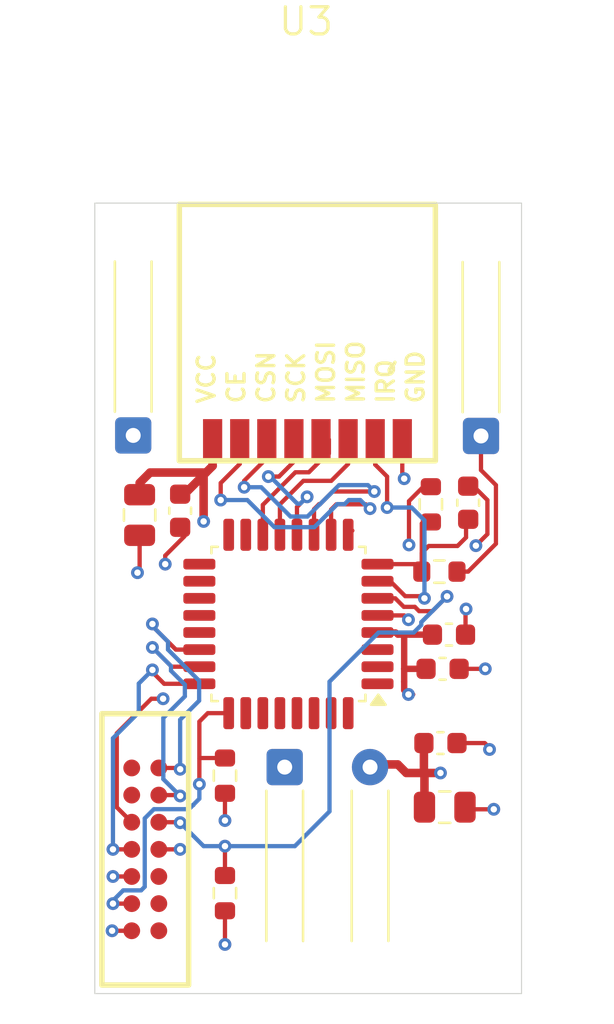
<source format=kicad_pcb>
(kicad_pcb (version 20241229) (generator "pcbnew") (generator_version "9.0")
  (layers (0 "F.Cu" signal) (4 "In1.Cu" signal) (6 "In2.Cu" signal) (2 "B.Cu" signal) (13 "F.Paste" user) (15 "B.Paste" user) (5 "F.SilkS" user "F.Silkscreen") (7 "B.SilkS" user "B.Silkscreen") (1 "F.Mask" user) (3 "B.Mask" user) (25 "Edge.Cuts" user))
  (net 0 "")
  (net 1 "Net-(U1-PA1)")
  (net 19 "Net-(J4-T_VCP_RX)")
  (net 21 "Net-(U1-PA0)")
  (net 22 "Net-(U1-PA5)")
  (net 23 "Net-(U1-PA3)")
  (net 24 "Net-(U1-PA4)")
  (net 25 "Net-(U1-PA6)")
  (net 26 "Net-(U1-PA7)")
  (net 27 "GND")
  (net 28 "+3.3V")
  (net 29 "Net-(J4-T_VCP_TX)")
  (net 34 "Net-(U1-PA13)")
  (net 35 "Net-(J2-Pin_1)")
  (net 36 "unconnected-(U1-PA2-Pad9)")
  (net 37 "Net-(J4-T_NRST)")
  (footprint "Resistor_SMD:R_0603_1608Metric" (layer "F.Cu") (at 67.75 64.1 90)
    (property "Reference" "1M1" (hide yes))
    (property "Value" "R" (hide yes))
    (fp_line (start -0.237258 -0.5225) (end 0.237258 -0.5225) (stroke (width 0.12)) (layer "F.SilkS"))
    (fp_line (start -0.237258 0.5225) (end 0.237258 0.5225) (stroke (width 0.12)) (layer "F.SilkS"))
    (pad "1" smd roundrect (at -0.825 0 90) (size 0.8 0.95) (layers "F.Cu" "F.Mask" "F.Paste") (net 1 "Net-(U1-PA1)"))
    (pad "2" smd roundrect (at 0.825 0 90) (size 0.8 0.95) (layers "F.Cu" "F.Mask" "F.Paste") (net 27 "GND"))
  )
  (footprint "Connector_Wire:SolderWire-0.15sqmm_1x01_D0.5mm_OD1.5mm_Relief" (layer "F.Cu") (at 70.1 60.9 180)
    (property "Reference" "J2" (hide yes))
    (property "Value" "Conn_01x01_Pin")
    (fp_line (start 0.86 1.11) (end 0.86 8.14) (stroke (width 0.12)) (layer "F.SilkS"))
    (fp_line (start -0.86 1.11) (end -0.86 8.14) (stroke (width 0.12)) (layer "F.SilkS"))
    (pad "" np_thru_hole circle (at 0 9 180) (size 2 2) (drill 2) (layers "*.Cu" "*.Mask"))
    (pad "1" thru_hole roundrect (at 0 0 180) (size 1.7 1.7) (drill 0.7) (layers "*.Cu" "*.Mask") (roundrect_rratio 0.147059) (net 35 "Net-(J2-Pin_1)"))
  )
  (footprint "Connector_Wire:SolderWire-0.15sqmm_1x02_P4mm_D0.5mm_OD1.5mm_Relief" (layer "F.Cu") (at 60.9 76.4)
    (property "Reference" "J1" (hide yes))
    (property "Value" "Conn_01x02_Pin")
    (fp_line (start -0.86 1.11) (end -0.86 8.14) (stroke (width 0.12)) (layer "F.SilkS"))
    (fp_line (start 0.86 1.11) (end 0.86 8.14) (stroke (width 0.12)) (layer "F.SilkS"))
    (fp_line (start 3.14 1.11) (end 3.14 8.14) (stroke (width 0.12)) (layer "F.SilkS"))
    (fp_line (start 4.86 1.11) (end 4.86 8.14) (stroke (width 0.12)) (layer "F.SilkS"))
    (pad "" np_thru_hole circle (at 0 9) (size 2 2) (drill 2) (layers "*.Cu" "*.Mask"))
    (pad "" np_thru_hole circle (at 4 9) (size 2 2) (drill 2) (layers "*.Cu" "*.Mask"))
    (pad "1" thru_hole roundrect (at 0 0) (size 1.7 1.7) (drill 0.7) (layers "*.Cu" "*.Mask") (roundrect_rratio 0.147059) (net 27 "GND"))
    (pad "2" thru_hole circle (at 4 0) (size 1.7 1.7) (drill 0.7) (layers "*.Cu" "*.Mask") (net 28 "+3.3V"))
  )
  (footprint "TC2070:CONNECTOR_V1" (layer "F.Cu") (at 54.365 75.17 -90)
    (property "Reference" "J4" (hide yes))
    (property "Value" "TC2070_-_Labelled" (hide yes))
    (fp_line (start -1.27 2.032) (end -1.27 0) (stroke (width 0.254)) (layer "F.SilkS"))
    (fp_line (start 11.43 2.032) (end -1.27 2.032) (stroke (width 0.254)) (layer "F.SilkS"))
    (fp_line (start -1.27 0) (end -1.27 -2.032) (stroke (width 0.254)) (layer "F.SilkS"))
    (fp_line (start -1.27 -2.032) (end 11.43 -2.032) (stroke (width 0.254)) (layer "F.SilkS"))
    (fp_line (start 11.43 -2.032) (end 11.43 2.032) (stroke (width 0.254)) (layer "F.SilkS"))
    (pad "" np_thru_hole circle (at 0 0 270) (size 0.99 0.99) (drill 0.99) (layers "F&B.Cu" "*.Mask"))
    (pad "" np_thru_hole circle (at 10.16 -1.016 270) (size 0.99 0.99) (drill 0.99) (layers "F&B.Cu" "*.Mask"))
    (pad "" np_thru_hole circle (at 10.16 1.016 270) (size 0.99 0.99) (drill 0.99) (layers "F&B.Cu" "*.Mask"))
    (pad "1" smd oval (at 1.27 0.635 270) (size 0.787 0.787) (layers "F.Cu" "F.Mask" "F.Paste"))
    (pad "2" smd oval (at 2.54 0.635 270) (size 0.787 0.787) (layers "F.Cu" "F.Mask" "F.Paste"))
    (pad "3" smd oval (at 3.81 0.635 270) (size 0.787 0.787) (layers "F.Cu" "F.Mask" "F.Paste") (net 28 "+3.3V"))
    (pad "4" smd oval (at 5.08 0.635 270) (size 0.787 0.787) (layers "F.Cu" "F.Mask" "F.Paste") (net 34 "Net-(U1-PA13)"))
    (pad "5" smd oval (at 6.35 0.635 270) (size 0.787 0.787) (layers "F.Cu" "F.Mask" "F.Paste") (net 27 "GND"))
    (pad "6" smd oval (at 7.62 0.635 270) (size 0.787 0.787) (layers "F.Cu" "F.Mask" "F.Paste") (net 27 "GND"))
    (pad "7" smd oval (at 8.89 0.635 270) (size 0.787 0.787) (layers "F.Cu" "F.Mask" "F.Paste") (net 27 "GND"))
    (pad "8" smd oval (at 8.89 -0.635 90) (size 0.787 0.787) (layers "F.Cu" "F.Mask" "F.Paste"))
    (pad "9" smd oval (at 7.62 -0.635 90) (size 0.787 0.787) (layers "F.Cu" "F.Mask" "F.Paste"))
    (pad "10" smd oval (at 6.35 -0.635 90) (size 0.787 0.787) (layers "F.Cu" "F.Mask" "F.Paste"))
    (pad "11" smd oval (at 5.08 -0.635 90) (size 0.787 0.787) (layers "F.Cu" "F.Mask" "F.Paste") (net 27 "GND"))
    (pad "12" smd oval (at 3.81 -0.635 90) (size 0.787 0.787) (layers "F.Cu" "F.Mask" "F.Paste") (net 37 "Net-(J4-T_NRST)"))
    (pad "13" smd oval (at 2.54 -0.635 90) (size 0.787 0.787) (layers "F.Cu" "F.Mask" "F.Paste") (net 19 "Net-(J4-T_VCP_RX)"))
    (pad "14" smd oval (at 1.27 -0.635 90) (size 0.787 0.787) (layers "F.Cu" "F.Mask" "F.Paste") (net 29 "Net-(J4-T_VCP_TX)"))
  )
  (footprint "Capacitor_SMD:C_0603_1608Metric" (layer "F.Cu") (at 68.6 70.2 180)
    (property "Reference" "100nF1" (hide yes))
    (property "Value" "C" (hide yes))
    (fp_line (start -0.14058 0.51) (end 0.14058 0.51) (stroke (width 0.12)) (layer "F.SilkS"))
    (fp_line (start -0.14058 -0.51) (end 0.14058 -0.51) (stroke (width 0.12)) (layer "F.SilkS"))
    (pad "1" smd roundrect (at -0.775 0 180) (size 0.9 0.95) (layers "F.Cu" "F.Mask" "F.Paste") (net 27 "GND"))
    (pad "2" smd roundrect (at 0.775 0 180) (size 0.9 0.95) (layers "F.Cu" "F.Mask" "F.Paste") (net 28 "+3.3V"))
  )
  (footprint "Resistor_SMD:R_0603_1608Metric" (layer "F.Cu") (at 58.1 82.3 90)
    (property "Reference" "10k2" (hide yes))
    (property "Value" "R")
    (fp_line (start -0.237258 -0.5225) (end 0.237258 -0.5225) (stroke (width 0.12)) (layer "F.SilkS"))
    (fp_line (start -0.237258 0.5225) (end 0.237258 0.5225) (stroke (width 0.12)) (layer "F.SilkS"))
    (pad "1" smd roundrect (at -0.825 0 90) (size 0.8 0.95) (layers "F.Cu" "F.Mask" "F.Paste") (net 28 "+3.3V"))
    (pad "2" smd roundrect (at 0.825 0 90) (size 0.8 0.95) (layers "F.Cu" "F.Mask" "F.Paste") (net 37 "Net-(J4-T_NRST)"))
  )
  (footprint "Capacitor_SMD:C_0805_2012Metric" (layer "F.Cu") (at 68.4 78.275 180)
    (property "Reference" "22uF1" (hide yes))
    (property "Value" "C" (hide yes))
    (fp_line (start -0.261252 0.735) (end 0.261252 0.735) (stroke (width 0.12)) (layer "F.SilkS"))
    (fp_line (start -0.261252 -0.735) (end 0.261252 -0.735) (stroke (width 0.12)) (layer "F.SilkS"))
    (pad "1" smd roundrect (at -0.95 0 180) (size 1 1.45) (layers "F.Cu" "F.Mask" "F.Paste") (net 27 "GND"))
    (pad "2" smd roundrect (at 0.95 0 180) (size 1 1.45) (layers "F.Cu" "F.Mask" "F.Paste") (net 28 "+3.3V"))
  )
  (footprint "Package_QFP:LQFP-32_7x7mm_P0.8mm" (layer "F.Cu") (at 61.075 69.7 180)
    (property "Reference" "U1" (hide yes))
    (property "Value" "STM32G031K6Tx" (hide yes))
    (fp_line (start 3.61 3.61) (end 3.61 3.31) (stroke (width 0.12)) (layer "F.SilkS"))
    (fp_line (start 3.61 -3.61) (end 3.61 -3.31) (stroke (width 0.12)) (layer "F.SilkS"))
    (fp_line (start 3.31 3.61) (end 3.61 3.61) (stroke (width 0.12)) (layer "F.SilkS"))
    (fp_line (start 3.31 -3.61) (end 3.61 -3.61) (stroke (width 0.12)) (layer "F.SilkS"))
    (fp_line (start -3.31 3.61) (end -3.61 3.61) (stroke (width 0.12)) (layer "F.SilkS"))
    (fp_line (start -3.31 -3.61) (end -3.61 -3.61) (stroke (width 0.12)) (layer "F.SilkS"))
    (fp_line (start -3.61 3.61) (end -3.61 3.31) (stroke (width 0.12)) (layer "F.SilkS"))
    (fp_line (start -3.61 -3.61) (end -3.61 -3.31) (stroke (width 0.12)) (layer "F.SilkS"))
    (fp_poly (pts (xy -4.2125 -3.31) (xy -4.5525 -3.78) (xy -3.8725 -3.78)) (stroke (width 0.12)) (fill yes) (layer "F.SilkS"))
    (pad "1" smd roundrect (at -4.175 -2.8 180) (size 1.5 0.5) (layers "F.Cu" "F.Mask" "F.Paste"))
    (pad "2" smd roundrect (at -4.175 -2 180) (size 1.5 0.5) (layers "F.Cu" "F.Mask" "F.Paste"))
    (pad "3" smd roundrect (at -4.175 -1.2 180) (size 1.5 0.5) (layers "F.Cu" "F.Mask" "F.Paste"))
    (pad "4" smd roundrect (at -4.175 -0.4 180) (size 1.5 0.5) (layers "F.Cu" "F.Mask" "F.Paste") (net 28 "+3.3V"))
    (pad "5" smd roundrect (at -4.175 0.4 180) (size 1.5 0.5) (layers "F.Cu" "F.Mask" "F.Paste") (net 27 "GND"))
    (pad "6" smd roundrect (at -4.175 1.2 180) (size 1.5 0.5) (layers "F.Cu" "F.Mask" "F.Paste") (net 37 "Net-(J4-T_NRST)"))
    (pad "7" smd roundrect (at -4.175 2 180) (size 1.5 0.5) (layers "F.Cu" "F.Mask" "F.Paste") (net 21 "Net-(U1-PA0)"))
    (pad "8" smd roundrect (at -4.175 2.8 180) (size 1.5 0.5) (layers "F.Cu" "F.Mask" "F.Paste") (net 1 "Net-(U1-PA1)"))
    (pad "9" smd roundrect (at -2.8 4.175 180) (size 0.5 1.5) (layers "F.Cu" "F.Mask" "F.Paste") (net 36 "unconnected-(U1-PA2-Pad9)"))
    (pad "10" smd roundrect (at -2 4.175 180) (size 0.5 1.5) (layers "F.Cu" "F.Mask" "F.Paste") (net 23 "Net-(U1-PA3)"))
    (pad "11" smd roundrect (at -1.2 4.175 180) (size 0.5 1.5) (layers "F.Cu" "F.Mask" "F.Paste") (net 24 "Net-(U1-PA4)"))
    (pad "12" smd roundrect (at -0.4 4.175 180) (size 0.5 1.5) (layers "F.Cu" "F.Mask" "F.Paste") (net 22 "Net-(U1-PA5)"))
    (pad "13" smd roundrect (at 0.4 4.175 180) (size 0.5 1.5) (layers "F.Cu" "F.Mask" "F.Paste") (net 25 "Net-(U1-PA6)"))
    (pad "14" smd roundrect (at 1.2 4.175 180) (size 0.5 1.5) (layers "F.Cu" "F.Mask" "F.Paste") (net 26 "Net-(U1-PA7)"))
    (pad "15" smd roundrect (at 2 4.175 180) (size 0.5 1.5) (layers "F.Cu" "F.Mask" "F.Paste"))
    (pad "16" smd roundrect (at 2.8 4.175 180) (size 0.5 1.5) (layers "F.Cu" "F.Mask" "F.Paste"))
    (pad "17" smd roundrect (at 4.175 2.8 180) (size 1.5 0.5) (layers "F.Cu" "F.Mask" "F.Paste"))
    (pad "18" smd roundrect (at 4.175 2 180) (size 1.5 0.5) (layers "F.Cu" "F.Mask" "F.Paste"))
    (pad "19" smd roundrect (at 4.175 1.2 180) (size 1.5 0.5) (layers "F.Cu" "F.Mask" "F.Paste"))
    (pad "20" smd roundrect (at 4.175 0.4 180) (size 1.5 0.5) (layers "F.Cu" "F.Mask" "F.Paste"))
    (pad "21" smd roundrect (at 4.175 -0.4 180) (size 1.5 0.5) (layers "F.Cu" "F.Mask" "F.Paste"))
    (pad "22" smd roundrect (at 4.175 -1.2 180) (size 1.5 0.5) (layers "F.Cu" "F.Mask" "F.Paste") (net 29 "Net-(J4-T_VCP_TX)"))
    (pad "23" smd roundrect (at 4.175 -2 180) (size 1.5 0.5) (layers "F.Cu" "F.Mask" "F.Paste") (net 19 "Net-(J4-T_VCP_RX)"))
    (pad "24" smd roundrect (at 4.175 -2.8 180) (size 1.5 0.5) (layers "F.Cu" "F.Mask" "F.Paste") (net 34 "Net-(U1-PA13)"))
    (pad "25" smd roundrect (at 2.8 -4.175 180) (size 0.5 1.5) (layers "F.Cu" "F.Mask" "F.Paste") (net 27 "GND"))
    (pad "26" smd roundrect (at 2 -4.175 180) (size 0.5 1.5) (layers "F.Cu" "F.Mask" "F.Paste"))
    (pad "27" smd roundrect (at 1.2 -4.175 180) (size 0.5 1.5) (layers "F.Cu" "F.Mask" "F.Paste"))
    (pad "28" smd roundrect (at 0.4 -4.175 180) (size 0.5 1.5) (layers "F.Cu" "F.Mask" "F.Paste"))
    (pad "29" smd roundrect (at -0.4 -4.175 180) (size 0.5 1.5) (layers "F.Cu" "F.Mask" "F.Paste"))
    (pad "30" smd roundrect (at -1.2 -4.175 180) (size 0.5 1.5) (layers "F.Cu" "F.Mask" "F.Paste"))
    (pad "31" smd roundrect (at -2 -4.175 180) (size 0.5 1.5) (layers "F.Cu" "F.Mask" "F.Paste"))
    (pad "32" smd roundrect (at -2.8 -4.175 180) (size 0.5 1.5) (layers "F.Cu" "F.Mask" "F.Paste"))
  )
  (footprint "Capacitor_SMD:C_0603_1608Metric" (layer "F.Cu") (at 68.2 75.275)
    (property "Reference" "100nF3" (hide yes))
    (property "Value" "C" (hide yes))
    (fp_line (start -0.14058 -0.51) (end 0.14058 -0.51) (stroke (width 0.12)) (layer "F.SilkS"))
    (fp_line (start -0.14058 0.51) (end 0.14058 0.51) (stroke (width 0.12)) (layer "F.SilkS"))
    (pad "1" smd roundrect (at -0.775 0) (size 0.9 0.95) (layers "F.Cu" "F.Mask" "F.Paste") (net 28 "+3.3V"))
    (pad "2" smd roundrect (at 0.775 0) (size 0.9 0.95) (layers "F.Cu" "F.Mask" "F.Paste") (net 27 "GND"))
  )
  (footprint "Connector_Wire:SolderWire-0.15sqmm_1x01_D0.5mm_OD1.5mm_Relief" (layer "F.Cu") (at 53.8 60.875 180)
    (property "Reference" "J3" (hide yes))
    (property "Value" "Conn_01x01_Pin")
    (fp_line (start 0.86 1.11) (end 0.86 8.14) (stroke (width 0.12)) (layer "F.SilkS"))
    (fp_line (start -0.86 1.11) (end -0.86 8.14) (stroke (width 0.12)) (layer "F.SilkS"))
    (pad "" np_thru_hole circle (at 0 9 180) (size 2 2) (drill 2) (layers "*.Cu" "*.Mask"))
    (pad "1" thru_hole roundrect (at 0 0 180) (size 1.7 1.7) (drill 0.7) (layers "*.Cu" "*.Mask") (roundrect_rratio 0.147059) (net 27 "GND"))
  )
  (footprint "Capacitor_SMD:C_0805_2012Metric" (layer "F.Cu") (at 54.1 64.6 90)
    (property "Reference" "4.7uF1" (hide yes))
    (property "Value" "C" (hide yes))
    (fp_line (start -0.261252 -0.735) (end 0.261252 -0.735) (stroke (width 0.12)) (layer "F.SilkS"))
    (fp_line (start -0.261252 0.735) (end 0.261252 0.735) (stroke (width 0.12)) (layer "F.SilkS"))
    (pad "1" smd roundrect (at -0.95 0 90) (size 1 1.45) (layers "F.Cu" "F.Mask" "F.Paste") (net 27 "GND"))
    (pad "2" smd roundrect (at 0.95 0 90) (size 1 1.45) (layers "F.Cu" "F.Mask" "F.Paste") (net 28 "+3.3V"))
  )
  (footprint "PCBLIB_E01-ML01S_2025-07-08:E01-ML01S" (layer "F.Cu") (at 55.9615 43.0615)
    (property "Reference" "U3" (at 5.9385 -1.5615 0) (layer "F.SilkS") (effects (font (size 1.27 1.27))))
    (property "Value" "E01-ML01S" (hide yes))
    (fp_line (start 0 7) (end 0 19) (stroke (width 0.254)) (layer "F.SilkS"))
    (fp_line (start 0 19) (end 12 19) (stroke (width 0.254)) (layer "F.SilkS"))
    (fp_line (start 12 7) (end 0 7) (stroke (width 0.254)) (layer "F.SilkS"))
    (fp_line (start 12 19) (end 12 7) (stroke (width 0.254)) (layer "F.SilkS"))
    (fp_text user "SCK" (at 5.0001 16.4 90) (layer "F.SilkS") (effects (font (size 0.8 0.8) (thickness 0.16)) (justify left top)))
    (fp_text user "CSN" (at 3.6 16.4 90) (layer "F.SilkS") (effects (font (size 0.8 0.8) (thickness 0.16)) (justify left top)))
    (fp_text user "MOSI" (at 6.4001 16.4 90) (layer "F.SilkS") (effects (font (size 0.8 0.8) (thickness 0.16)) (justify left top)))
    (fp_text user "CE" (at 2.2 16.4 90) (layer "F.SilkS") (effects (font (size 0.8 0.8) (thickness 0.16)) (justify left top)))
    (fp_text user "GND" (at 10.6 16.4 90) (layer "F.SilkS") (effects (font (size 0.8 0.8) (thickness 0.16)) (justify left top)))
    (fp_text user "VCC" (at 0.7999 16.4 90) (layer "F.SilkS") (effects (font (size 0.8 0.8) (thickness 0.16)) (justify left top)))
    (fp_text user "IRQ" (at 9.2 16.4 90) (layer "F.SilkS") (effects (font (size 0.8 0.8) (thickness 0.16)) (justify left top)))
    (fp_text user "MISO" (at 7.7999 16.4 90) (layer "F.SilkS") (effects (font (size 0.8 0.8) (thickness 0.16)) (justify left top)))
    (pad "1" smd rect (at 1.5601 18) (size 0.9 1.9) (layers "F.Cu" "F.Mask" "F.Paste") (net 28 "+3.3V"))
    (pad "2" smd rect (at 2.8301 18) (size 0.9 1.9) (layers "F.Cu" "F.Mask" "F.Paste") (net 23 "Net-(U1-PA3)"))
    (pad "3" smd rect (at 4.1001 18) (size 0.9 1.9) (layers "F.Cu" "F.Mask" "F.Paste") (net 24 "Net-(U1-PA4)"))
    (pad "4" smd rect (at 5.3701 18) (size 0.9 1.9) (layers "F.Cu" "F.Mask" "F.Paste") (net 22 "Net-(U1-PA5)"))
    (pad "5" smd rect (at 6.6401 18) (size 0.9 1.9) (layers "F.Cu" "F.Mask" "F.Paste") (net 26 "Net-(U1-PA7)"))
    (pad "6" smd rect (at 7.9101 18) (size 0.9 1.9) (layers "F.Cu" "F.Mask" "F.Paste") (net 25 "Net-(U1-PA6)"))
    (pad "7" smd rect (at 9.1801 18) (size 0.9 1.9) (layers "F.Cu" "F.Mask" "F.Paste") (net 21 "Net-(U1-PA0)"))
    (pad "8" smd rect (at 10.4501 18) (size 0.9 1.9) (layers "F.Cu" "F.Mask" "F.Paste") (net 27 "GND"))
  )
  (footprint "Capacitor_SMD:C_0603_1608Metric" (layer "F.Cu") (at 68.3 71.8 180)
    (property "Reference" "1uF1" (hide yes))
    (property "Value" "C" (hide yes))
    (fp_line (start -0.14058 0.51) (end 0.14058 0.51) (stroke (width 0.12)) (layer "F.SilkS"))
    (fp_line (start -0.14058 -0.51) (end 0.14058 -0.51) (stroke (width 0.12)) (layer "F.SilkS"))
    (pad "1" smd roundrect (at -0.775 0 180) (size 0.9 0.95) (layers "F.Cu" "F.Mask" "F.Paste") (net 27 "GND"))
    (pad "2" smd roundrect (at 0.775 0 180) (size 0.9 0.95) (layers "F.Cu" "F.Mask" "F.Paste") (net 28 "+3.3V"))
  )
  (footprint "Capacitor_SMD:C_0603_1608Metric" (layer "F.Cu") (at 69.5 64.025 90)
    (property "Reference" "4.7nF1" (hide yes))
    (property "Value" "C" (hide yes))
    (fp_line (start -0.14058 -0.51) (end 0.14058 -0.51) (stroke (width 0.12)) (layer "F.SilkS"))
    (fp_line (start -0.14058 0.51) (end 0.14058 0.51) (stroke (width 0.12)) (layer "F.SilkS"))
    (pad "1" smd roundrect (at -0.775 0 90) (size 0.9 0.95) (layers "F.Cu" "F.Mask" "F.Paste") (net 1 "Net-(U1-PA1)"))
    (pad "2" smd roundrect (at 0.775 0 90) (size 0.9 0.95) (layers "F.Cu" "F.Mask" "F.Paste") (net 27 "GND"))
  )
  (footprint "Resistor_SMD:R_0603_1608Metric" (layer "F.Cu") (at 58.1 76.8 -90)
    (property "Reference" "10k3" (hide yes))
    (property "Value" "R" (hide yes))
    (fp_line (start -0.237258 0.5225) (end 0.237258 0.5225) (stroke (width 0.12)) (layer "F.SilkS"))
    (fp_line (start -0.237258 -0.5225) (end 0.237258 -0.5225) (stroke (width 0.12)) (layer "F.SilkS"))
    (pad "1" smd roundrect (at -0.825 0 270) (size 0.8 0.95) (layers "F.Cu" "F.Mask" "F.Paste") (net 27 "GND"))
    (pad "2" smd roundrect (at 0.825 0 270) (size 0.8 0.95) (layers "F.Cu" "F.Mask" "F.Paste") (net 27 "GND"))
  )
  (footprint "Capacitor_SMD:C_0603_1608Metric" (layer "F.Cu") (at 56 64.4 -90)
    (property "Reference" "100nF2" (hide yes))
    (property "Value" "C" (hide yes))
    (fp_line (start -0.14058 0.51) (end 0.14058 0.51) (stroke (width 0.12)) (layer "F.SilkS"))
    (fp_line (start -0.14058 -0.51) (end 0.14058 -0.51) (stroke (width 0.12)) (layer "F.SilkS"))
    (pad "1" smd roundrect (at -0.775 0 270) (size 0.9 0.95) (layers "F.Cu" "F.Mask" "F.Paste") (net 28 "+3.3V"))
    (pad "2" smd roundrect (at 0.775 0 270) (size 0.9 0.95) (layers "F.Cu" "F.Mask" "F.Paste") (net 27 "GND"))
  )
  (footprint "Resistor_SMD:R_0603_1608Metric" (layer "F.Cu") (at 68.15 67.25 180)
    (property "Reference" "10k1" (hide yes))
    (property "Value" "R" (hide yes))
    (fp_line (start -0.237258 0.5225) (end 0.237258 0.5225) (stroke (width 0.12)) (layer "F.SilkS"))
    (fp_line (start -0.237258 -0.5225) (end 0.237258 -0.5225) (stroke (width 0.12)) (layer "F.SilkS"))
    (pad "1" smd roundrect (at -0.825 0 180) (size 0.8 0.95) (layers "F.Cu" "F.Mask" "F.Paste") (net 35 "Net-(J2-Pin_1)"))
    (pad "2" smd roundrect (at 0.825 0 180) (size 0.8 0.95) (layers "F.Cu" "F.Mask" "F.Paste") (net 1 "Net-(U1-PA1)"))
  )
  (gr_line (start 52 87) (end 72 87) (stroke (width 0.05)) (layer "Edge.Cuts"))
  (gr_line (start 52 87) (end 52 50) (stroke (width 0.05)) (layer "Edge.Cuts"))
  (gr_line (start 52 50) (end 72 50) (stroke (width 0.05)) (layer "Edge.Cuts"))
  (gr_line (start 72 50) (end 72 87) (stroke (width 0.05)) (layer "Edge.Cuts"))
  (segment (start 69.4 65.65) (end 69.4 64.875) (width 0.2) (layer "F.Cu") (net 1))
  (segment (start 67.65 66.05) (end 69 66.05) (width 0.2) (layer "F.Cu") (net 1))
  (segment (start 66.975 66.9) (end 65.25 66.9) (width 0.2) (layer "F.Cu") (net 1))
  (segment (start 67.325 67.25) (end 67.325 65) (width 0.2) (layer "F.Cu") (net 1))
  (segment (start 67.325 66.375) (end 67.65 66.05) (width 0.2) (layer "F.Cu") (net 1))
  (segment (start 67.325 67.25) (end 66.975 66.9) (width 0.2) (layer "F.Cu") (net 1))
  (segment (start 69 66.05) (end 69.4 65.65) (width 0.2) (layer "F.Cu") (net 1))
  (segment (start 67.325 65) (end 67.4 64.925) (width 0.2) (layer "F.Cu") (net 1))
  (segment (start 67.325 67.25) (end 67.325 66.375) (width 0.2) (layer "F.Cu") (net 1))
  (segment (start 55.96 77.71) (end 56 77.75) (width 0.2) (layer "F.Cu") (net 19))
  (segment (start 55.6 71.7) (end 54.7 70.8) (width 0.2) (layer "F.Cu") (net 19))
  (segment (start 56.9 71.7) (end 55.6 71.7) (width 0.2) (layer "F.Cu") (net 19))
  (segment (start 55 77.71) (end 55.96 77.71) (width 0.2) (layer "F.Cu") (net 19))
  (via (at 56 77.75) (size 0.6) (drill 0.3) (layers "F.Cu" "B.Cu") (net 19))
  (via (at 54.7 70.8) (size 0.6) (drill 0.3) (layers "F.Cu" "B.Cu") (net 19))
  (segment (start 55.211 74.099) (end 55.211 76.961) (width 0.2) (layer "B.Cu") (net 19))
  (segment (start 55.57 71.89) (end 56.22 72.54) (width 0.2) (layer "B.Cu") (net 19))
  (segment (start 54.7 70.8) (end 55.57 71.67) (width 0.2) (layer "B.Cu") (net 19))
  (segment (start 56.22 72.54) (end 56.22 73.09) (width 0.2) (layer "B.Cu") (net 19))
  (segment (start 55.211 76.961) (end 56 77.75) (width 0.2) (layer "B.Cu") (net 19))
  (segment (start 55.57 71.67) (end 55.57 71.89) (width 0.2) (layer "B.Cu") (net 19))
  (segment (start 56.22 73.09) (end 55.211 74.099) (width 0.2) (layer "B.Cu") (net 19))
  (segment (start 65.1416 61.0615) (end 65.1416 62.2416) (width 0.2) (layer "F.Cu") (net 21))
  (segment (start 65.1416 62.2416) (end 65.7 62.8) (width 0.2) (layer "F.Cu") (net 21))
  (segment (start 67.45 68.5) (end 67.35 68.4) (width 0.2) (layer "F.Cu") (net 21))
  (segment (start 65.7 62.8) (end 65.7 64.25) (width 0.2) (layer "F.Cu") (net 21))
  (segment (start 65.85 67.7) (end 65.25 67.7) (width 0.2) (layer "F.Cu") (net 21))
  (segment (start 66.55 68.4) (end 65.85 67.7) (width 0.2) (layer "F.Cu") (net 21))
  (segment (start 67.35 68.4) (end 66.55 68.4) (width 0.2) (layer "F.Cu") (net 21))
  (via (at 67.45 68.5) (size 0.6) (drill 0.3) (layers "F.Cu" "B.Cu") (net 21))
  (via (at 65.7 64.25) (size 0.6) (drill 0.3) (layers "F.Cu" "B.Cu") (net 21))
  (segment (start 66.85 64.25) (end 65.7 64.25) (width 0.2) (layer "B.Cu") (net 21))
  (segment (start 67.45 68.5) (end 67.45 64.85) (width 0.2) (layer "B.Cu") (net 21))
  (segment (start 67.45 64.85) (end 66.85 64.25) (width 0.2) (layer "B.Cu") (net 21))
  (segment (start 60.132821 62.800769) (end 60.132821 62.647179) (width 0.2) (layer "F.Cu") (net 22))
  (segment (start 61.3316 62.1013) (end 61.3316 61.0615) (width 0.2) (layer "F.Cu") (net 22))
  (segment (start 60.132821 62.800769) (end 60.632131 62.800769) (width 0.2) (layer "F.Cu") (net 22))
  (segment (start 60.632131 62.800769) (end 61.3316 62.1013) (width 0.2) (layer "F.Cu") (net 22))
  (segment (start 61.95 63.75) (end 61.475 64.225) (width 0.2) (layer "F.Cu") (net 22))
  (segment (start 61.475 64.225) (end 61.475 65.525) (width 0.2) (layer "F.Cu") (net 22))
  (via (at 60.132821 62.800769) (size 0.6) (drill 0.3) (layers "F.Cu" "B.Cu") (net 22))
  (via (at 61.95 63.75) (size 0.6) (drill 0.3) (layers "F.Cu" "B.Cu") (net 22))
  (segment (start 60.220769 62.800769) (end 60.132821 62.800769) (width 0.2) (layer "B.Cu") (net 22))
  (segment (start 61.49 64.07) (end 60.220769 62.800769) (width 0.2) (layer "B.Cu") (net 22))
  (segment (start 61.95 63.75) (end 61.63 64.07) (width 0.2) (layer "B.Cu") (net 22))
  (segment (start 61.63 64.07) (end 61.49 64.07) (width 0.2) (layer "B.Cu") (net 22))
  (segment (start 64.9 64.3) (end 64.7 64.1) (width 0.2) (layer "F.Cu") (net 23))
  (segment (start 63.075 64.345) (end 63.075 65.525) (width 0.2) (layer "F.Cu") (net 23))
  (segment (start 57.9 63.1031) (end 58.7916 62.2115) (width 0.2) (layer "F.Cu") (net 23))
  (segment (start 64.7 64.1) (end 63.32 64.1) (width 0.2) (layer "F.Cu") (net 23))
  (segment (start 63.32 64.1) (end 63.075 64.345) (width 0.2) (layer "F.Cu") (net 23))
  (segment (start 58.7916 62.2115) (end 58.7916 61.0615) (width 0.2) (layer "F.Cu") (net 23))
  (segment (start 57.9 63.9) (end 57.9 63.1031) (width 0.2) (layer "F.Cu") (net 23))
  (via (at 64.9 64.3) (size 0.6) (drill 0.3) (layers "F.Cu" "B.Cu") (net 23))
  (via (at 57.9 63.9) (size 0.6) (drill 0.3) (layers "F.Cu" "B.Cu") (net 23))
  (segment (start 59.15 63.9) (end 57.9 63.9) (width 0.2) (layer "B.Cu") (net 23))
  (segment (start 64.9 64.3) (end 64.844029 64.3) (width 0.2) (layer "B.Cu") (net 23))
  (segment (start 64.444029 63.9) (end 63.9 63.9) (width 0.2) (layer "B.Cu") (net 23))
  (segment (start 64.844029 64.3) (end 64.444029 63.9) (width 0.2) (layer "B.Cu") (net 23))
  (segment (start 63.37 64.09) (end 62.29 65.17) (width 0.2) (layer "B.Cu") (net 23))
  (segment (start 62.29 65.17) (end 60.42 65.17) (width 0.2) (layer "B.Cu") (net 23))
  (segment (start 63.9 63.9) (end 63.71 64.09) (width 0.2) (layer "B.Cu") (net 23))
  (segment (start 60.42 65.17) (end 59.15 63.9) (width 0.2) (layer "B.Cu") (net 23))
  (segment (start 63.71 64.09) (end 63.37 64.09) (width 0.2) (layer "B.Cu") (net 23))
  (segment (start 62.275 64.328353) (end 62.275 65.525) (width 0.2) (layer "F.Cu") (net 24))
  (segment (start 62.511586 64.091767) (end 62.275 64.328353) (width 0.2) (layer "F.Cu") (net 24))
  (segment (start 65.1 63.5) (end 63.15 63.5) (width 0.2) (layer "F.Cu") (net 24))
  (segment (start 62.558233 64.091767) (end 62.511586 64.091767) (width 0.2) (layer "F.Cu") (net 24))
  (segment (start 60.0616 61.9384) (end 60.0616 61.0615) (width 0.2) (layer "F.Cu") (net 24))
  (segment (start 63.15 63.5) (end 62.558233 64.091767) (width 0.2) (layer "F.Cu") (net 24))
  (segment (start 59 63) (end 60.0616 61.9384) (width 0.2) (layer "F.Cu") (net 24))
  (segment (start 59 63.3) (end 59 63) (width 0.2) (layer "F.Cu") (net 24))
  (via (at 65.1 63.5) (size 0.6) (drill 0.3) (layers "F.Cu" "B.Cu") (net 24))
  (via (at 59 63.3) (size 0.6) (drill 0.3) (layers "F.Cu" "B.Cu") (net 24))
  (segment (start 59.8 63.3) (end 59 63.3) (width 0.2) (layer "B.Cu") (net 24))
  (segment (start 65.1 63.5) (end 64.8 63.2) (width 0.2) (layer "B.Cu") (net 24))
  (segment (start 61.171 64.671) (end 59.8 63.3) (width 0.2) (layer "B.Cu") (net 24))
  (segment (start 61.968943 64.671) (end 61.171 64.671) (width 0.2) (layer "B.Cu") (net 24))
  (segment (start 63.45 63.2) (end 62.529761 64.120239) (width 0.2) (layer "B.Cu") (net 24))
  (segment (start 62.529761 64.120239) (end 62.519704 64.120239) (width 0.2) (layer "B.Cu") (net 24))
  (segment (start 62.519704 64.120239) (end 61.968943 64.671) (width 0.2) (layer "B.Cu") (net 24))
  (segment (start 64.8 63.2) (end 63.45 63.2) (width 0.2) (layer "B.Cu") (net 24))
  (segment (start 63.8716 62.2115) (end 63.0831 63) (width 0.2) (layer "F.Cu") (net 25))
  (segment (start 61.775 63) (end 60.675 64.1) (width 0.2) (layer "F.Cu") (net 25))
  (segment (start 60.675 65.525) (end 60.675 64.1) (width 0.2) (layer "F.Cu") (net 25))
  (segment (start 63.0831 63) (end 61.775 63) (width 0.2) (layer "F.Cu") (net 25))
  (segment (start 63.8716 61.0615) (end 63.8716 62.2115) (width 0.2) (layer "F.Cu") (net 25))
  (segment (start 62.9716 61.7284) (end 62.9716 61.0615) (width 0.2) (layer "F.Cu") (net 26))
  (segment (start 61.4 62.6) (end 59.875 64.125) (width 0.2) (layer "F.Cu") (net 26))
  (segment (start 62.0329 62.6) (end 61.4 62.6) (width 0.2) (layer "F.Cu") (net 26))
  (segment (start 59.875 64.125) (end 59.875 65.525) (width 0.2) (layer "F.Cu") (net 26))
  (segment (start 62.6016 61.0615) (end 62.6016 62.0313) (width 0.2) (layer "F.Cu") (net 26))
  (segment (start 62.6016 62.0313) (end 62.0329 62.6) (width 0.2) (layer "F.Cu") (net 26))
  (segment (start 66.725 63.95) (end 67.4 63.275) (width 0.2) (layer "F.Cu") (net 27))
  (segment (start 52.85 81.52) (end 53.73 81.52) (width 0.2) (layer "F.Cu") (net 27))
  (segment (start 55.3 66.5) (end 56.2 65.6) (width 0.2) (layer "F.Cu") (net 27))
  (segment (start 56.9 76) (end 56.9 74.27) (width 0.2) (layer "F.Cu") (net 27))
  (segment (start 69.4 69) (end 69.475 69.075) (width 0.2) (layer "F.Cu") (net 27))
  (segment (start 52.81 84.06) (end 53.73 84.06) (width 0.2) (layer "F.Cu") (net 27))
  (segment (start 69.375 69.025) (end 69.4 69) (width 0.2) (layer "F.Cu") (net 27))
  (segment (start 70.4 65.495044) (end 70.4 63.9) (width 0.2) (layer "F.Cu") (net 27))
  (segment (start 52.85 82.79) (end 53.73 82.79) (width 0.2) (layer "F.Cu") (net 27))
  (segment (start 70.4 63.9) (end 69.825 63.325) (width 0.2) (layer "F.Cu") (net 27))
  (segment (start 58.1 77.625) (end 58.1 78.9) (width 0.2) (layer "F.Cu") (net 27))
  (segment (start 69.375 70.2) (end 69.375 69.025) (width 0.2) (layer "F.Cu") (net 27))
  (segment (start 70.5 75.5) (end 70.275 75.275) (width 0.2) (layer "F.Cu") (net 27))
  (segment (start 54.1 67.2) (end 54 67.3) (width 0.2) (layer "F.Cu") (net 27))
  (segment (start 69.35 78.375) (end 70.7 78.375) (width 0.2) (layer "F.Cu") (net 27))
  (segment (start 56.9 74.27) (end 57.295 73.875) (width 0.2) (layer "F.Cu") (net 27))
  (segment (start 66.4116 62.8116) (end 66.5 62.9) (width 0.2) (layer "F.Cu") (net 27))
  (segment (start 55.3 66.9) (end 55.3 66.5) (width 0.2) (layer "F.Cu") (net 27))
  (segment (start 56.2 65.6) (end 56.2 65.175) (width 0.2) (layer "F.Cu") (net 27))
  (segment (start 57.295 73.875) (end 58.275 73.875) (width 0.2) (layer "F.Cu") (net 27))
  (segment (start 69.825 63.325) (end 69.4 63.325) (width 0.2) (layer "F.Cu") (net 27))
  (segment (start 70.3 71.8) (end 69.075 71.8) (width 0.2) (layer "F.Cu") (net 27))
  (segment (start 56.9 77.2) (end 56.9 76) (width 0.2) (layer "F.Cu") (net 27))
  (segment (start 55 80.25) (end 56 80.25) (width 0.2) (layer "F.Cu") (net 27))
  (segment (start 58.1 75.975) (end 56.925 75.975) (width 0.2) (layer "F.Cu") (net 27))
  (segment (start 66.725 66) (end 66.725 63.95) (width 0.2) (layer "F.Cu") (net 27))
  (segment (start 70.5 75.575) (end 70.5 75.5) (width 0.2) (layer "F.Cu") (net 27))
  (segment (start 69.860933 66.034111) (end 70.4 65.495044) (width 0.2) (layer "F.Cu") (net 27))
  (segment (start 66.7 69.5) (end 66.5 69.3) (width 0.2) (layer "F.Cu") (net 27))
  (segment (start 70.275 75.275) (end 68.975 75.275) (width 0.2) (layer "F.Cu") (net 27))
  (segment (start 66.4116 61.0615) (end 66.4116 62.8116) (width 0.2) (layer "F.Cu") (net 27))
  (segment (start 56.925 75.975) (end 56.9 76) (width 0.2) (layer "F.Cu") (net 27))
  (segment (start 66.5 69.3) (end 65.25 69.3) (width 0.2) (layer "F.Cu") (net 27))
  (segment (start 54.1 65.55) (end 54.1 67.2) (width 0.2) (layer "F.Cu") (net 27))
  (via (at 69.4 69) (size 0.6) (drill 0.3) (layers "F.Cu" "B.Cu") (net 27))
  (via (at 52.81 84.06) (size 0.6) (drill 0.3) (layers "F.Cu" "B.Cu") (net 27))
  (via (at 52.85 82.79) (size 0.6) (drill 0.3) (layers "F.Cu" "B.Cu") (net 27))
  (via (at 70.3 71.8) (size 0.6) (drill 0.3) (layers "F.Cu" "B.Cu") (net 27))
  (via (at 70.7 78.375) (size 0.6) (drill 0.3) (layers "F.Cu" "B.Cu") (net 27))
  (via (at 70.5 75.575) (size 0.6) (drill 0.3) (layers "F.Cu" "B.Cu") (net 27))
  (via (at 69.860933 66.034111) (size 0.6) (drill 0.3) (layers "F.Cu" "B.Cu") (net 27))
  (via (at 58.1 78.9) (size 0.6) (drill 0.3) (layers "F.Cu" "B.Cu") (net 27))
  (via (at 56 80.25) (size 0.6) (drill 0.3) (layers "F.Cu" "B.Cu") (net 27))
  (via (at 52.85 81.52) (size 0.6) (drill 0.3) (layers "F.Cu" "B.Cu") (net 27))
  (via (at 66.725 66) (size 0.6) (drill 0.3) (layers "F.Cu" "B.Cu") (net 27))
  (via (at 55.3 66.9) (size 0.6) (drill 0.3) (layers "F.Cu" "B.Cu") (net 27))
  (via (at 54 67.3) (size 0.6) (drill 0.3) (layers "F.Cu" "B.Cu") (net 27))
  (via (at 56.9 77.2) (size 0.6) (drill 0.3) (layers "F.Cu" "B.Cu") (net 27))
  (via (at 66.7 69.5) (size 0.6) (drill 0.3) (layers "F.Cu" "B.Cu") (net 27))
  (via (at 66.5 62.9) (size 0.6) (drill 0.3) (layers "F.Cu" "B.Cu") (net 27))
  (segment (start 56.49 78.29) (end 56.9 77.88) (width 0.2) (layer "B.Cu") (net 27))
  (segment (start 54.34 82) (end 54.17 82.17) (width 0.2) (layer "B.Cu") (net 27))
  (segment (start 56.9 77.88) (end 56.9 77.2) (width 0.2) (layer "B.Cu") (net 27))
  (segment (start 54.34 78.8) (end 54.34 82) (width 0.2) (layer "B.Cu") (net 27))
  (segment (start 54.77 78.37) (end 54.34 78.8) (width 0.2) (layer "B.Cu") (net 27))
  (segment (start 56.49 78.29) (end 56.41 78.37) (width 0.2) (layer "B.Cu") (net 27))
  (segment (start 54.17 82.17) (end 53.33 82.17) (width 0.2) (layer "B.Cu") (net 27))
  (segment (start 53.33 82.17) (end 52.85 82.65) (width 0.2) (layer "B.Cu") (net 27))
  (segment (start 52.85 82.65) (end 52.85 82.79) (width 0.2) (layer "B.Cu") (net 27))
  (segment (start 56.621 78.179) (end 56.601 78.179) (width 0.2) (layer "B.Cu") (net 27))
  (segment (start 56.41 78.37) (end 54.77 78.37) (width 0.2) (layer "B.Cu") (net 27))
  (segment (start 56.601 78.179) (end 56.49 78.29) (width 0.2) (layer "B.Cu") (net 27))
  (segment (start 54.1 63.1) (end 54.1 63.65) (width 0.2) (layer "F.Cu") (net 28))
  (segment (start 66.6 76.675) (end 67.4 76.675) (width 0.4) (layer "F.Cu") (net 28))
  (segment (start 67.4 76.675) (end 68.2 76.675) (width 0.4) (layer "F.Cu") (net 28))
  (segment (start 67.825 70.2) (end 66.5 70.2) (width 0.3) (layer "F.Cu") (net 28))
  (segment (start 67.525 71.8) (end 66.5 71.8) (width 0.3) (layer "F.Cu") (net 28))
  (segment (start 57.5216 61.0615) (end 57.5216 62.1) (width 0.2) (layer "F.Cu") (net 28))
  (segment (start 54.65 73.2) (end 53.03 74.82) (width 0.2) (layer "F.Cu") (net 28))
  (segment (start 66.5 72.8) (end 66.5 72.4) (width 0.3) (layer "F.Cu") (net 28))
  (segment (start 54.5875 62.6125) (end 54.1 63.1) (width 0.4) (layer "F.Cu") (net 28))
  (segment (start 54.1 63.65) (end 53.85 63.65) (width 0.2) (layer "F.Cu") (net 28))
  (segment (start 58.1 83.125) (end 58.1 84.7) (width 0.2) (layer "F.Cu") (net 28))
  (segment (start 53.03 78.28) (end 53.73 78.98) (width 0.2) (layer "F.Cu") (net 28))
  (segment (start 67.4 76.675) (end 67.425 76.65) (width 0.2) (layer "F.Cu") (net 28))
  (segment (start 67.45 76.725) (end 67.45 78.275) (width 0.4) (layer "F.Cu") (net 28))
  (segment (start 66.1 70.1) (end 65.25 70.1) (width 0.3) (layer "F.Cu") (net 28))
  (segment (start 66.5 70.2) (end 66.5 71.8) (width 0.3) (layer "F.Cu") (net 28))
  (segment (start 67.4 76.675) (end 67.45 76.725) (width 0.2) (layer "F.Cu") (net 28))
  (segment (start 67.425 76.65) (end 67.425 75.275) (width 0.4) (layer "F.Cu") (net 28))
  (segment (start 57.2125 62.6125) (end 56.2 63.625) (width 0.4) (layer "F.Cu") (net 28))
  (segment (start 68.2 76.675) (end 68.3 76.675) (width 0.2) (layer "F.Cu") (net 28))
  (segment (start 66.7 73) (end 66.5 72.8) (width 0.2) (layer "F.Cu") (net 28))
  (segment (start 57.2125 62.6125) (end 54.5875 62.6125) (width 0.4) (layer "F.Cu") (net 28))
  (segment (start 57.5216 62.3034) (end 57.1 62.725) (width 0.4) (layer "F.Cu") (net 28))
  (segment (start 55.2 73.2) (end 54.65 73.2) (width 0.2) (layer "F.Cu") (net 28))
  (segment (start 66.5 71.8) (end 66.5 72.4) (width 0.3) (layer "F.Cu") (net 28))
  (segment (start 57.5216 62.3034) (end 57.4625 62.3625) (width 0.4) (layer "F.Cu") (net 28))
  (segment (start 66.2 76.275) (end 66.6 76.675) (width 0.4) (layer "F.Cu") (net 28))
  (segment (start 65.3 70.15) (end 65.25 70.1) (width 0.2) (layer "F.Cu") (net 28))
  (segment (start 57.4625 62.3625) (end 57.2125 62.6125) (width 0.2) (layer "F.Cu") (net 28))
  (segment (start 64.9 76.275) (end 66.2 76.275) (width 0.4) (layer "F.Cu") (net 28))
  (segment (start 53.03 74.82) (end 53.03 78.28) (width 0.2) (layer "F.Cu") (net 28))
  (segment (start 67.425 78.35) (end 67.45 78.375) (width 0.2) (layer "F.Cu") (net 28))
  (segment (start 57.5216 62.1) (end 57.5216 62.3034) (width 0.4) (layer "F.Cu") (net 28))
  (segment (start 57.1 62.725) (end 57.1 64.9) (width 0.4) (layer "F.Cu") (net 28))
  (segment (start 66.925 73) (end 66.7 73) (width 0.2) (layer "F.Cu") (net 28))
  (segment (start 66.2 70.2) (end 66.1 70.1) (width 0.3) (layer "F.Cu") (net 28))
  (segment (start 66.5 70.2) (end 66.2 70.2) (width 0.3) (layer "F.Cu") (net 28))
  (via (at 68.2 76.675) (size 0.6) (drill 0.3) (layers "F.Cu" "B.Cu") (net 28))
  (via (at 66.7 73) (size 0.6) (drill 0.3) (layers "F.Cu" "B.Cu") (net 28))
  (via (at 58.1 84.7) (size 0.6) (drill 0.3) (layers "F.Cu" "B.Cu") (net 28))
  (via (at 55.2 73.2) (size 0.6) (drill 0.3) (layers "F.Cu" "B.Cu") (net 28))
  (via (at 57.1 64.9) (size 0.6) (drill 0.3) (layers "F.Cu" "B.Cu") (net 28))
  (segment (start 54.7 69.8) (end 55.8 70.9) (width 0.2) (layer "F.Cu") (net 29))
  (segment (start 55 76.44) (end 55.94 76.44) (width 0.2) (layer "F.Cu") (net 29))
  (segment (start 54.7 69.7) (end 54.7 69.8) (width 0.2) (layer "F.Cu") (net 29))
  (segment (start 55.94 76.44) (end 56 76.5) (width 0.2) (layer "F.Cu") (net 29))
  (segment (start 55.8 70.9) (end 56.9 70.9) (width 0.2) (layer "F.Cu") (net 29))
  (via (at 54.7 69.7) (size 0.6) (drill 0.3) (layers "F.Cu" "B.Cu") (net 29))
  (via (at 56 76.5) (size 0.6) (drill 0.3) (layers "F.Cu" "B.Cu") (net 29))
  (segment (start 54.7 69.7) (end 54.7 69.8) (width 0.2) (layer "B.Cu") (net 29))
  (segment (start 56.89 72.360057) (end 56.89 73.29) (width 0.2) (layer "B.Cu") (net 29))
  (segment (start 56.89 73.29) (end 56 74.18) (width 0.2) (layer "B.Cu") (net 29))
  (segment (start 55.429943 70.529943) (end 55.429943 70.9) (width 0.2) (layer "B.Cu") (net 29))
  (segment (start 56 74.18) (end 56 76.5) (width 0.2) (layer "B.Cu") (net 29))
  (segment (start 55.429943 70.9) (end 56.89 72.360057) (width 0.2) (layer "B.Cu") (net 29))
  (segment (start 54.7 69.8) (end 55.429943 70.529943) (width 0.2) (layer "B.Cu") (net 29))
  (segment (start 54.75 71.9) (end 54.75 72) (width 0.2) (layer "F.Cu") (net 34))
  (segment (start 54.7 71.85) (end 54.75 71.9) (width 0.2) (layer "F.Cu") (net 34))
  (segment (start 54.7 71.95) (end 54.7 71.85) (width 0.2) (layer "F.Cu") (net 34))
  (segment (start 55.25 72.5) (end 54.7 71.95) (width 0.2) (layer "F.Cu") (net 34))
  (segment (start 55.25 72.5) (end 56.9 72.5) (width 0.2) (layer "F.Cu") (net 34))
  (segment (start 53.73 80.25) (end 52.85 80.25) (width 0.2) (layer "F.Cu") (net 34))
  (via (at 52.85 80.25) (size 0.6) (drill 0.3) (layers "F.Cu" "B.Cu") (net 34))
  (via (at 54.7 71.85) (size 0.6) (drill 0.3) (layers "F.Cu" "B.Cu") (net 34))
  (segment (start 54.06 72.49) (end 54.7 71.85) (width 0.2) (layer "B.Cu") (net 34))
  (segment (start 54.06 73.84) (end 54.06 72.49) (width 0.2) (layer "B.Cu") (net 34))
  (segment (start 52.85 75.05) (end 54.06 73.84) (width 0.2) (layer "B.Cu") (net 34))
  (segment (start 52.85 80.25) (end 52.75 80.15) (width 0.2) (layer "B.Cu") (net 34))
  (segment (start 52.85 80.25) (end 52.85 75.05) (width 0.2) (layer "B.Cu") (net 34))
  (segment (start 70.8 63.2) (end 70.8 65.944987) (width 0.2) (layer "F.Cu") (net 35))
  (segment (start 70.1 60.9) (end 70.1 62.5) (width 0.2) (layer "F.Cu") (net 35))
  (segment (start 70.1 62.5) (end 70.8 63.2) (width 0.2) (layer "F.Cu") (net 35))
  (segment (start 69.494987 67.25) (end 68.975 67.25) (width 0.2) (layer "F.Cu") (net 35))
  (segment (start 70.8 65.944987) (end 69.494987 67.25) (width 0.2) (layer "F.Cu") (net 35))
  (segment (start 63.9 65.5) (end 63.875 65.525) (width 0.2) (layer "F.Cu") (net 36))
  (segment (start 63.875 65.525) (end 64.07 65.33) (width 0.2) (layer "F.Cu") (net 36))
  (segment (start 66.4819 68.899) (end 66.0829 68.5) (width 0.2) (layer "F.Cu") (net 37))
  (segment (start 55 78.98) (end 55.98 78.98) (width 0.2) (layer "F.Cu") (net 37))
  (segment (start 55.98 78.98) (end 56 79) (width 0.2) (layer "F.Cu") (net 37))
  (segment (start 67.201057 69.101) (end 66.999057 68.899) (width 0.2) (layer "F.Cu") (net 37))
  (segment (start 58.1 81.475) (end 58.1 80.1) (width 0.2) (layer "F.Cu") (net 37))
  (segment (start 66.0829 68.5) (end 65.25 68.5) (width 0.2) (layer "F.Cu") (net 37))
  (segment (start 68.509563 68.409563) (end 67.818126 69.101) (width 0.2) (layer "F.Cu") (net 37))
  (segment (start 67.818126 69.101) (end 67.201057 69.101) (width 0.2) (layer "F.Cu") (net 37))
  (segment (start 66.999057 68.899) (end 66.4819 68.899) (width 0.2) (layer "F.Cu") (net 37))
  (via (at 58.1 80.1) (size 0.6) (drill 0.3) (layers "F.Cu" "B.Cu") (net 37))
  (via (at 56 79) (size 0.6) (drill 0.3) (layers "F.Cu" "B.Cu") (net 37))
  (via (at 68.509563 68.409563) (size 0.6) (drill 0.3) (layers "F.Cu" "B.Cu") (net 37))
  (segment (start 63 78.475) (end 61.375 80.1) (width 0.2) (layer "B.Cu") (net 37))
  (segment (start 58.1 80.1) (end 57.1 80.1) (width 0.2) (layer "B.Cu") (net 37))
  (segment (start 61.375 80.1) (end 58.1 80.1) (width 0.2) (layer "B.Cu") (net 37))
  (segment (start 57.1 80.1) (end 56 79) (width 0.2) (layer "B.Cu") (net 37))
  (segment (start 63 72.4) (end 63 78.475) (width 0.2) (layer "B.Cu") (net 37))
  (segment (start 66.948943 70.101) (end 65.299 70.101) (width 0.2) (layer "B.Cu") (net 37))
  (segment (start 67.301 69.618126) (end 67.301 69.748943) (width 0.2) (layer "B.Cu") (net 37))
  (segment (start 67.301 69.748943) (end 66.948943 70.101) (width 0.2) (layer "B.Cu") (net 37))
  (segment (start 65.299 70.101) (end 63 72.4) (width 0.2) (layer "B.Cu") (net 37))
  (segment (start 68.509563 68.409563) (end 67.301 69.618126) (width 0.2) (layer "B.Cu") (net 37))
)
</source>
